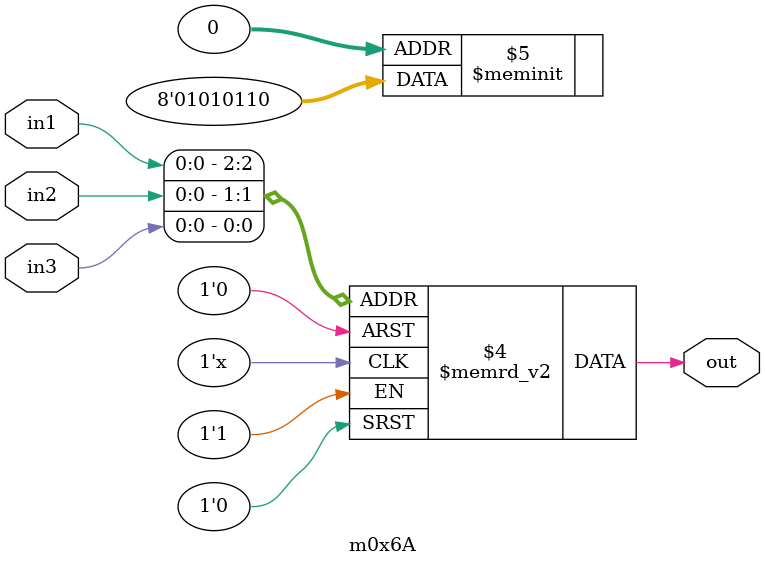
<source format=v>
module m0x6A(output out, input in1, in2, in3);

   always @(in1, in2, in3)
     begin
        case({in1, in2, in3})
          3'b000: {out} = 1'b0;
          3'b001: {out} = 1'b1;
          3'b010: {out} = 1'b1;
          3'b011: {out} = 1'b0;
          3'b100: {out} = 1'b1;
          3'b101: {out} = 1'b0;
          3'b110: {out} = 1'b1;
          3'b111: {out} = 1'b0;
        endcase // case ({in1, in2, in3})
     end // always @ (in1, in2, in3)

endmodule // m0x6A
</source>
